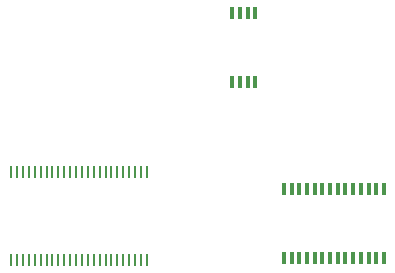
<source format=gtp>
G75*
%MOIN*%
%OFA0B0*%
%FSLAX25Y25*%
%IPPOS*%
%LPD*%
%AMOC8*
5,1,8,0,0,1.08239X$1,22.5*
%
%ADD10R,0.01102X0.04213*%
%ADD11R,0.01200X0.03900*%
%ADD12R,0.01378X0.03937*%
D10*
X0242362Y0267338D03*
X0244331Y0267338D03*
X0246299Y0267338D03*
X0248268Y0267338D03*
X0250236Y0267338D03*
X0252205Y0267338D03*
X0254173Y0267338D03*
X0256142Y0267338D03*
X0258110Y0267338D03*
X0260079Y0267338D03*
X0262047Y0267338D03*
X0264016Y0267338D03*
X0265984Y0267338D03*
X0267953Y0267338D03*
X0269921Y0267338D03*
X0271890Y0267338D03*
X0273858Y0267338D03*
X0275827Y0267338D03*
X0277795Y0267338D03*
X0279764Y0267338D03*
X0281732Y0267338D03*
X0283701Y0267338D03*
X0285669Y0267338D03*
X0287638Y0267338D03*
X0287638Y0296866D03*
X0285669Y0296866D03*
X0283701Y0296866D03*
X0281732Y0296866D03*
X0279764Y0296866D03*
X0277795Y0296866D03*
X0275827Y0296866D03*
X0273858Y0296866D03*
X0271890Y0296866D03*
X0269921Y0296866D03*
X0267953Y0296866D03*
X0265984Y0296866D03*
X0264016Y0296866D03*
X0262047Y0296866D03*
X0260079Y0296866D03*
X0258110Y0296866D03*
X0256142Y0296866D03*
X0254173Y0296866D03*
X0252205Y0296866D03*
X0250236Y0296866D03*
X0248268Y0296866D03*
X0246299Y0296866D03*
X0244331Y0296866D03*
X0242362Y0296866D03*
D11*
X0333366Y0291089D03*
X0335925Y0291089D03*
X0338484Y0291089D03*
X0341043Y0291089D03*
X0343602Y0291089D03*
X0346161Y0291089D03*
X0348720Y0291089D03*
X0351280Y0291089D03*
X0353839Y0291089D03*
X0356398Y0291089D03*
X0358957Y0291089D03*
X0361516Y0291089D03*
X0364075Y0291089D03*
X0366634Y0291089D03*
X0366634Y0268115D03*
X0364075Y0268115D03*
X0361516Y0268115D03*
X0358957Y0268115D03*
X0356398Y0268115D03*
X0353839Y0268115D03*
X0351280Y0268115D03*
X0348720Y0268115D03*
X0346161Y0268115D03*
X0343602Y0268115D03*
X0341043Y0268115D03*
X0338484Y0268115D03*
X0335925Y0268115D03*
X0333366Y0268115D03*
D12*
X0323839Y0326836D03*
X0321280Y0326836D03*
X0318720Y0326836D03*
X0316161Y0326836D03*
X0316161Y0349868D03*
X0318720Y0349868D03*
X0321280Y0349868D03*
X0323839Y0349868D03*
M02*

</source>
